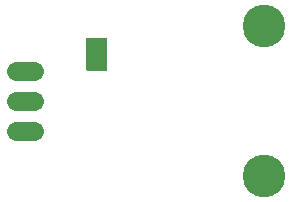
<source format=gbr>
G04 EAGLE Gerber RS-274X export*
G75*
%MOMM*%
%FSLAX34Y34*%
%LPD*%
%INSoldermask Bottom*%
%IPPOS*%
%AMOC8*
5,1,8,0,0,1.08239X$1,22.5*%
G01*
%ADD10C,3.617600*%
%ADD11C,1.609600*%

G36*
X94733Y114316D02*
X94733Y114316D01*
X94852Y114323D01*
X94890Y114336D01*
X94931Y114341D01*
X95041Y114384D01*
X95154Y114421D01*
X95189Y114443D01*
X95226Y114458D01*
X95322Y114528D01*
X95423Y114591D01*
X95451Y114621D01*
X95484Y114644D01*
X95560Y114736D01*
X95641Y114823D01*
X95661Y114858D01*
X95686Y114889D01*
X95737Y114997D01*
X95795Y115101D01*
X95805Y115141D01*
X95822Y115177D01*
X95844Y115294D01*
X95874Y115409D01*
X95878Y115470D01*
X95882Y115490D01*
X95880Y115510D01*
X95884Y115570D01*
X95884Y140970D01*
X95869Y141088D01*
X95862Y141207D01*
X95849Y141245D01*
X95844Y141286D01*
X95801Y141396D01*
X95764Y141509D01*
X95742Y141544D01*
X95727Y141581D01*
X95658Y141677D01*
X95594Y141778D01*
X95564Y141806D01*
X95541Y141839D01*
X95449Y141915D01*
X95362Y141996D01*
X95327Y142016D01*
X95296Y142041D01*
X95188Y142092D01*
X95084Y142150D01*
X95044Y142160D01*
X95008Y142177D01*
X94891Y142199D01*
X94776Y142229D01*
X94716Y142233D01*
X94696Y142237D01*
X94675Y142235D01*
X94615Y142239D01*
X79375Y142239D01*
X79257Y142224D01*
X79138Y142217D01*
X79100Y142204D01*
X79059Y142199D01*
X78949Y142156D01*
X78836Y142119D01*
X78801Y142097D01*
X78764Y142082D01*
X78668Y142013D01*
X78567Y141949D01*
X78539Y141919D01*
X78506Y141896D01*
X78431Y141804D01*
X78349Y141717D01*
X78329Y141682D01*
X78304Y141651D01*
X78253Y141543D01*
X78195Y141439D01*
X78185Y141399D01*
X78168Y141363D01*
X78146Y141246D01*
X78116Y141131D01*
X78112Y141071D01*
X78108Y141051D01*
X78109Y141039D01*
X78108Y141036D01*
X78109Y141023D01*
X78106Y140970D01*
X78106Y115570D01*
X78121Y115452D01*
X78128Y115333D01*
X78141Y115295D01*
X78146Y115254D01*
X78189Y115144D01*
X78226Y115031D01*
X78248Y114996D01*
X78263Y114959D01*
X78333Y114863D01*
X78396Y114762D01*
X78426Y114734D01*
X78449Y114701D01*
X78541Y114626D01*
X78628Y114544D01*
X78663Y114524D01*
X78694Y114499D01*
X78802Y114448D01*
X78906Y114390D01*
X78946Y114380D01*
X78982Y114363D01*
X79099Y114341D01*
X79214Y114311D01*
X79275Y114307D01*
X79295Y114303D01*
X79315Y114305D01*
X79375Y114301D01*
X94615Y114301D01*
X94733Y114316D01*
G37*
D10*
X228600Y25400D03*
X228600Y152400D03*
D11*
X34210Y114300D02*
X19130Y114300D01*
X19130Y88900D02*
X34210Y88900D01*
X34210Y63500D02*
X19130Y63500D01*
M02*

</source>
